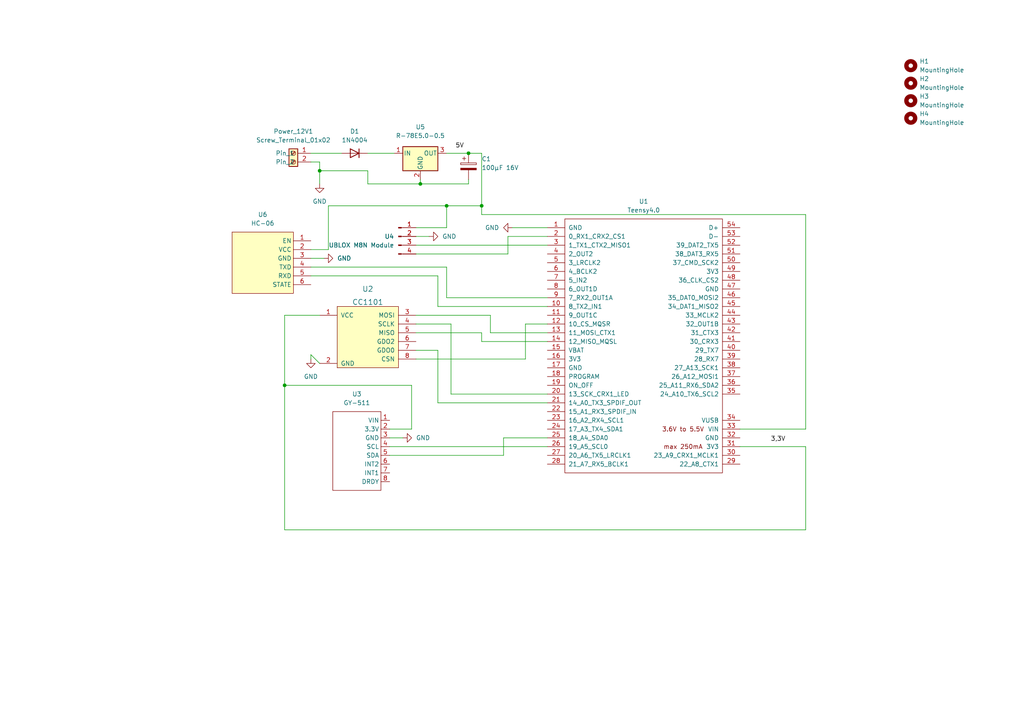
<source format=kicad_sch>
(kicad_sch (version 20211123) (generator eeschema)

  (uuid 707ae160-4ac0-4d3f-b8c5-37222a191570)

  (paper "A4")

  (lib_symbols
    (symbol "Connector:Conn_01x04_Male" (pin_names (offset 1.016) hide) (in_bom yes) (on_board yes)
      (property "Reference" "J" (id 0) (at 0 5.08 0)
        (effects (font (size 1.27 1.27)))
      )
      (property "Value" "Conn_01x04_Male" (id 1) (at 0 -7.62 0)
        (effects (font (size 1.27 1.27)))
      )
      (property "Footprint" "" (id 2) (at 0 0 0)
        (effects (font (size 1.27 1.27)) hide)
      )
      (property "Datasheet" "~" (id 3) (at 0 0 0)
        (effects (font (size 1.27 1.27)) hide)
      )
      (property "ki_keywords" "connector" (id 4) (at 0 0 0)
        (effects (font (size 1.27 1.27)) hide)
      )
      (property "ki_description" "Generic connector, single row, 01x04, script generated (kicad-library-utils/schlib/autogen/connector/)" (id 5) (at 0 0 0)
        (effects (font (size 1.27 1.27)) hide)
      )
      (property "ki_fp_filters" "Connector*:*_1x??_*" (id 6) (at 0 0 0)
        (effects (font (size 1.27 1.27)) hide)
      )
      (symbol "Conn_01x04_Male_1_1"
        (polyline
          (pts
            (xy 1.27 -5.08)
            (xy 0.8636 -5.08)
          )
          (stroke (width 0.1524) (type default) (color 0 0 0 0))
          (fill (type none))
        )
        (polyline
          (pts
            (xy 1.27 -2.54)
            (xy 0.8636 -2.54)
          )
          (stroke (width 0.1524) (type default) (color 0 0 0 0))
          (fill (type none))
        )
        (polyline
          (pts
            (xy 1.27 0)
            (xy 0.8636 0)
          )
          (stroke (width 0.1524) (type default) (color 0 0 0 0))
          (fill (type none))
        )
        (polyline
          (pts
            (xy 1.27 2.54)
            (xy 0.8636 2.54)
          )
          (stroke (width 0.1524) (type default) (color 0 0 0 0))
          (fill (type none))
        )
        (rectangle (start 0.8636 -4.953) (end 0 -5.207)
          (stroke (width 0.1524) (type default) (color 0 0 0 0))
          (fill (type outline))
        )
        (rectangle (start 0.8636 -2.413) (end 0 -2.667)
          (stroke (width 0.1524) (type default) (color 0 0 0 0))
          (fill (type outline))
        )
        (rectangle (start 0.8636 0.127) (end 0 -0.127)
          (stroke (width 0.1524) (type default) (color 0 0 0 0))
          (fill (type outline))
        )
        (rectangle (start 0.8636 2.667) (end 0 2.413)
          (stroke (width 0.1524) (type default) (color 0 0 0 0))
          (fill (type outline))
        )
        (pin passive line (at 5.08 2.54 180) (length 3.81)
          (name "Pin_1" (effects (font (size 1.27 1.27))))
          (number "1" (effects (font (size 1.27 1.27))))
        )
        (pin passive line (at 5.08 0 180) (length 3.81)
          (name "Pin_2" (effects (font (size 1.27 1.27))))
          (number "2" (effects (font (size 1.27 1.27))))
        )
        (pin passive line (at 5.08 -2.54 180) (length 3.81)
          (name "Pin_3" (effects (font (size 1.27 1.27))))
          (number "3" (effects (font (size 1.27 1.27))))
        )
        (pin passive line (at 5.08 -5.08 180) (length 3.81)
          (name "Pin_4" (effects (font (size 1.27 1.27))))
          (number "4" (effects (font (size 1.27 1.27))))
        )
      )
    )
    (symbol "Connector:Screw_Terminal_01x02" (pin_names (offset 1.016)) (in_bom yes) (on_board yes)
      (property "Reference" "J" (id 0) (at 0 2.54 0)
        (effects (font (size 1.27 1.27)))
      )
      (property "Value" "Screw_Terminal_01x02" (id 1) (at 0 -5.08 0)
        (effects (font (size 1.27 1.27)))
      )
      (property "Footprint" "" (id 2) (at 0 0 0)
        (effects (font (size 1.27 1.27)) hide)
      )
      (property "Datasheet" "~" (id 3) (at 0 0 0)
        (effects (font (size 1.27 1.27)) hide)
      )
      (property "ki_keywords" "screw terminal" (id 4) (at 0 0 0)
        (effects (font (size 1.27 1.27)) hide)
      )
      (property "ki_description" "Generic screw terminal, single row, 01x02, script generated (kicad-library-utils/schlib/autogen/connector/)" (id 5) (at 0 0 0)
        (effects (font (size 1.27 1.27)) hide)
      )
      (property "ki_fp_filters" "TerminalBlock*:*" (id 6) (at 0 0 0)
        (effects (font (size 1.27 1.27)) hide)
      )
      (symbol "Screw_Terminal_01x02_1_1"
        (rectangle (start -1.27 1.27) (end 1.27 -3.81)
          (stroke (width 0.254) (type default) (color 0 0 0 0))
          (fill (type background))
        )
        (circle (center 0 -2.54) (radius 0.635)
          (stroke (width 0.1524) (type default) (color 0 0 0 0))
          (fill (type none))
        )
        (polyline
          (pts
            (xy -0.5334 -2.2098)
            (xy 0.3302 -3.048)
          )
          (stroke (width 0.1524) (type default) (color 0 0 0 0))
          (fill (type none))
        )
        (polyline
          (pts
            (xy -0.5334 0.3302)
            (xy 0.3302 -0.508)
          )
          (stroke (width 0.1524) (type default) (color 0 0 0 0))
          (fill (type none))
        )
        (polyline
          (pts
            (xy -0.3556 -2.032)
            (xy 0.508 -2.8702)
          )
          (stroke (width 0.1524) (type default) (color 0 0 0 0))
          (fill (type none))
        )
        (polyline
          (pts
            (xy -0.3556 0.508)
            (xy 0.508 -0.3302)
          )
          (stroke (width 0.1524) (type default) (color 0 0 0 0))
          (fill (type none))
        )
        (circle (center 0 0) (radius 0.635)
          (stroke (width 0.1524) (type default) (color 0 0 0 0))
          (fill (type none))
        )
        (pin passive line (at -5.08 0 0) (length 3.81)
          (name "Pin_1" (effects (font (size 1.27 1.27))))
          (number "1" (effects (font (size 1.27 1.27))))
        )
        (pin passive line (at -5.08 -2.54 0) (length 3.81)
          (name "Pin_2" (effects (font (size 1.27 1.27))))
          (number "2" (effects (font (size 1.27 1.27))))
        )
      )
    )
    (symbol "Device:C_Polarized" (pin_numbers hide) (pin_names (offset 0.254)) (in_bom yes) (on_board yes)
      (property "Reference" "C" (id 0) (at 0.635 2.54 0)
        (effects (font (size 1.27 1.27)) (justify left))
      )
      (property "Value" "C_Polarized" (id 1) (at 0.635 -2.54 0)
        (effects (font (size 1.27 1.27)) (justify left))
      )
      (property "Footprint" "" (id 2) (at 0.9652 -3.81 0)
        (effects (font (size 1.27 1.27)) hide)
      )
      (property "Datasheet" "~" (id 3) (at 0 0 0)
        (effects (font (size 1.27 1.27)) hide)
      )
      (property "ki_keywords" "cap capacitor" (id 4) (at 0 0 0)
        (effects (font (size 1.27 1.27)) hide)
      )
      (property "ki_description" "Polarized capacitor" (id 5) (at 0 0 0)
        (effects (font (size 1.27 1.27)) hide)
      )
      (property "ki_fp_filters" "CP_*" (id 6) (at 0 0 0)
        (effects (font (size 1.27 1.27)) hide)
      )
      (symbol "C_Polarized_0_1"
        (rectangle (start -2.286 0.508) (end 2.286 1.016)
          (stroke (width 0) (type default) (color 0 0 0 0))
          (fill (type none))
        )
        (polyline
          (pts
            (xy -1.778 2.286)
            (xy -0.762 2.286)
          )
          (stroke (width 0) (type default) (color 0 0 0 0))
          (fill (type none))
        )
        (polyline
          (pts
            (xy -1.27 2.794)
            (xy -1.27 1.778)
          )
          (stroke (width 0) (type default) (color 0 0 0 0))
          (fill (type none))
        )
        (rectangle (start 2.286 -0.508) (end -2.286 -1.016)
          (stroke (width 0) (type default) (color 0 0 0 0))
          (fill (type outline))
        )
      )
      (symbol "C_Polarized_1_1"
        (pin passive line (at 0 3.81 270) (length 2.794)
          (name "~" (effects (font (size 1.27 1.27))))
          (number "1" (effects (font (size 1.27 1.27))))
        )
        (pin passive line (at 0 -3.81 90) (length 2.794)
          (name "~" (effects (font (size 1.27 1.27))))
          (number "2" (effects (font (size 1.27 1.27))))
        )
      )
    )
    (symbol "Diode:1N4004" (pin_numbers hide) (pin_names (offset 1.016) hide) (in_bom yes) (on_board yes)
      (property "Reference" "D" (id 0) (at 0 2.54 0)
        (effects (font (size 1.27 1.27)))
      )
      (property "Value" "1N4004" (id 1) (at 0 -2.54 0)
        (effects (font (size 1.27 1.27)))
      )
      (property "Footprint" "Diode_THT:D_DO-41_SOD81_P10.16mm_Horizontal" (id 2) (at 0 -4.445 0)
        (effects (font (size 1.27 1.27)) hide)
      )
      (property "Datasheet" "http://www.vishay.com/docs/88503/1n4001.pdf" (id 3) (at 0 0 0)
        (effects (font (size 1.27 1.27)) hide)
      )
      (property "ki_keywords" "diode" (id 4) (at 0 0 0)
        (effects (font (size 1.27 1.27)) hide)
      )
      (property "ki_description" "400V 1A General Purpose Rectifier Diode, DO-41" (id 5) (at 0 0 0)
        (effects (font (size 1.27 1.27)) hide)
      )
      (property "ki_fp_filters" "D*DO?41*" (id 6) (at 0 0 0)
        (effects (font (size 1.27 1.27)) hide)
      )
      (symbol "1N4004_0_1"
        (polyline
          (pts
            (xy -1.27 1.27)
            (xy -1.27 -1.27)
          )
          (stroke (width 0.254) (type default) (color 0 0 0 0))
          (fill (type none))
        )
        (polyline
          (pts
            (xy 1.27 0)
            (xy -1.27 0)
          )
          (stroke (width 0) (type default) (color 0 0 0 0))
          (fill (type none))
        )
        (polyline
          (pts
            (xy 1.27 1.27)
            (xy 1.27 -1.27)
            (xy -1.27 0)
            (xy 1.27 1.27)
          )
          (stroke (width 0.254) (type default) (color 0 0 0 0))
          (fill (type none))
        )
      )
      (symbol "1N4004_1_1"
        (pin passive line (at -3.81 0 0) (length 2.54)
          (name "K" (effects (font (size 1.27 1.27))))
          (number "1" (effects (font (size 1.27 1.27))))
        )
        (pin passive line (at 3.81 0 180) (length 2.54)
          (name "A" (effects (font (size 1.27 1.27))))
          (number "2" (effects (font (size 1.27 1.27))))
        )
      )
    )
    (symbol "Mechanical:MountingHole" (pin_names (offset 1.016)) (in_bom yes) (on_board yes)
      (property "Reference" "H" (id 0) (at 0 5.08 0)
        (effects (font (size 1.27 1.27)))
      )
      (property "Value" "MountingHole" (id 1) (at 0 3.175 0)
        (effects (font (size 1.27 1.27)))
      )
      (property "Footprint" "" (id 2) (at 0 0 0)
        (effects (font (size 1.27 1.27)) hide)
      )
      (property "Datasheet" "~" (id 3) (at 0 0 0)
        (effects (font (size 1.27 1.27)) hide)
      )
      (property "ki_keywords" "mounting hole" (id 4) (at 0 0 0)
        (effects (font (size 1.27 1.27)) hide)
      )
      (property "ki_description" "Mounting Hole without connection" (id 5) (at 0 0 0)
        (effects (font (size 1.27 1.27)) hide)
      )
      (property "ki_fp_filters" "MountingHole*" (id 6) (at 0 0 0)
        (effects (font (size 1.27 1.27)) hide)
      )
      (symbol "MountingHole_0_1"
        (circle (center 0 0) (radius 1.27)
          (stroke (width 1.27) (type default) (color 0 0 0 0))
          (fill (type none))
        )
      )
    )
    (symbol "Regulator_Switching:R-78E5.0-0.5" (pin_names (offset 0.254)) (in_bom yes) (on_board yes)
      (property "Reference" "U" (id 0) (at -3.81 3.175 0)
        (effects (font (size 1.27 1.27)))
      )
      (property "Value" "R-78E5.0-0.5" (id 1) (at 0 3.175 0)
        (effects (font (size 1.27 1.27)) (justify left))
      )
      (property "Footprint" "Converter_DCDC:Converter_DCDC_RECOM_R-78E-0.5_THT" (id 2) (at 1.27 -6.35 0)
        (effects (font (size 1.27 1.27) italic) (justify left) hide)
      )
      (property "Datasheet" "https://www.recom-power.com/pdf/Innoline/R-78Exx-0.5.pdf" (id 3) (at 0 0 0)
        (effects (font (size 1.27 1.27)) hide)
      )
      (property "ki_keywords" "dc-dc recom Step-Down DC/DC-Regulator" (id 4) (at 0 0 0)
        (effects (font (size 1.27 1.27)) hide)
      )
      (property "ki_description" "500mA Step-Down DC/DC-Regulator, 7-28V input, 5V fixed Output Voltage, LM78xx replacement, -40°C to +85°C, SIP3" (id 5) (at 0 0 0)
        (effects (font (size 1.27 1.27)) hide)
      )
      (property "ki_fp_filters" "Converter*DCDC*RECOM*R*78E*0.5*" (id 6) (at 0 0 0)
        (effects (font (size 1.27 1.27)) hide)
      )
      (symbol "R-78E5.0-0.5_0_1"
        (rectangle (start -5.08 1.905) (end 5.08 -5.08)
          (stroke (width 0.254) (type default) (color 0 0 0 0))
          (fill (type background))
        )
      )
      (symbol "R-78E5.0-0.5_1_1"
        (pin power_in line (at -7.62 0 0) (length 2.54)
          (name "IN" (effects (font (size 1.27 1.27))))
          (number "1" (effects (font (size 1.27 1.27))))
        )
        (pin power_in line (at 0 -7.62 90) (length 2.54)
          (name "GND" (effects (font (size 1.27 1.27))))
          (number "2" (effects (font (size 1.27 1.27))))
        )
        (pin power_out line (at 7.62 0 180) (length 2.54)
          (name "OUT" (effects (font (size 1.27 1.27))))
          (number "3" (effects (font (size 1.27 1.27))))
        )
      )
    )
    (symbol "Teensy:Teensy4.0" (pin_names (offset 1.016)) (in_bom yes) (on_board yes)
      (property "Reference" "U" (id 0) (at 0 39.37 0)
        (effects (font (size 1.27 1.27)))
      )
      (property "Value" "Teensy4.0" (id 1) (at 0 -39.37 0)
        (effects (font (size 1.27 1.27)))
      )
      (property "Footprint" "" (id 2) (at -10.16 5.08 0)
        (effects (font (size 1.27 1.27)) hide)
      )
      (property "Datasheet" "" (id 3) (at -10.16 5.08 0)
        (effects (font (size 1.27 1.27)) hide)
      )
      (symbol "Teensy4.0_0_0"
        (text "3.6V to 5.5V" (at 11.43 -24.13 0)
          (effects (font (size 1.27 1.27)))
        )
        (text "max 250mA" (at 11.43 -29.21 0)
          (effects (font (size 1.27 1.27)))
        )
        (pin bidirectional line (at -27.94 11.43 0) (length 5.08)
          (name "8_TX2_IN1" (effects (font (size 1.27 1.27))))
          (number "10" (effects (font (size 1.27 1.27))))
        )
        (pin bidirectional line (at -27.94 8.89 0) (length 5.08)
          (name "9_OUT1C" (effects (font (size 1.27 1.27))))
          (number "11" (effects (font (size 1.27 1.27))))
        )
        (pin bidirectional line (at -27.94 6.35 0) (length 5.08)
          (name "10_CS_MQSR" (effects (font (size 1.27 1.27))))
          (number "12" (effects (font (size 1.27 1.27))))
        )
        (pin bidirectional line (at -27.94 3.81 0) (length 5.08)
          (name "11_MOSI_CTX1" (effects (font (size 1.27 1.27))))
          (number "13" (effects (font (size 1.27 1.27))))
        )
        (pin bidirectional line (at -27.94 1.27 0) (length 5.08)
          (name "12_MISO_MQSL" (effects (font (size 1.27 1.27))))
          (number "14" (effects (font (size 1.27 1.27))))
        )
        (pin power_in line (at -27.94 -1.27 0) (length 5.08)
          (name "VBAT" (effects (font (size 1.27 1.27))))
          (number "15" (effects (font (size 1.27 1.27))))
        )
        (pin power_in line (at -27.94 -3.81 0) (length 5.08)
          (name "3V3" (effects (font (size 1.27 1.27))))
          (number "16" (effects (font (size 1.27 1.27))))
        )
        (pin power_in line (at -27.94 -6.35 0) (length 5.08)
          (name "GND" (effects (font (size 1.27 1.27))))
          (number "17" (effects (font (size 1.27 1.27))))
        )
        (pin input line (at -27.94 -8.89 0) (length 5.08)
          (name "PROGRAM" (effects (font (size 1.27 1.27))))
          (number "18" (effects (font (size 1.27 1.27))))
        )
        (pin input line (at -27.94 -11.43 0) (length 5.08)
          (name "ON_OFF" (effects (font (size 1.27 1.27))))
          (number "19" (effects (font (size 1.27 1.27))))
        )
        (pin bidirectional line (at -27.94 -13.97 0) (length 5.08)
          (name "13_SCK_CRX1_LED" (effects (font (size 1.27 1.27))))
          (number "20" (effects (font (size 1.27 1.27))))
        )
        (pin bidirectional line (at -27.94 -16.51 0) (length 5.08)
          (name "14_A0_TX3_SPDIF_OUT" (effects (font (size 1.27 1.27))))
          (number "21" (effects (font (size 1.27 1.27))))
        )
        (pin bidirectional line (at -27.94 -19.05 0) (length 5.08)
          (name "15_A1_RX3_SPDIF_IN" (effects (font (size 1.27 1.27))))
          (number "22" (effects (font (size 1.27 1.27))))
        )
        (pin bidirectional line (at -27.94 -21.59 0) (length 5.08)
          (name "16_A2_RX4_SCL1" (effects (font (size 1.27 1.27))))
          (number "23" (effects (font (size 1.27 1.27))))
        )
        (pin bidirectional line (at -27.94 -24.13 0) (length 5.08)
          (name "17_A3_TX4_SDA1" (effects (font (size 1.27 1.27))))
          (number "24" (effects (font (size 1.27 1.27))))
        )
        (pin bidirectional line (at -27.94 -26.67 0) (length 5.08)
          (name "18_A4_SDA0" (effects (font (size 1.27 1.27))))
          (number "25" (effects (font (size 1.27 1.27))))
        )
        (pin bidirectional line (at -27.94 -29.21 0) (length 5.08)
          (name "19_A5_SCL0" (effects (font (size 1.27 1.27))))
          (number "26" (effects (font (size 1.27 1.27))))
        )
        (pin bidirectional line (at -27.94 -31.75 0) (length 5.08)
          (name "20_A6_TX5_LRCLK1" (effects (font (size 1.27 1.27))))
          (number "27" (effects (font (size 1.27 1.27))))
        )
        (pin bidirectional line (at -27.94 -34.29 0) (length 5.08)
          (name "21_A7_RX5_BCLK1" (effects (font (size 1.27 1.27))))
          (number "28" (effects (font (size 1.27 1.27))))
        )
        (pin bidirectional line (at 27.94 -34.29 180) (length 5.08)
          (name "22_A8_CTX1" (effects (font (size 1.27 1.27))))
          (number "29" (effects (font (size 1.27 1.27))))
        )
        (pin bidirectional line (at 27.94 -31.75 180) (length 5.08)
          (name "23_A9_CRX1_MCLK1" (effects (font (size 1.27 1.27))))
          (number "30" (effects (font (size 1.27 1.27))))
        )
        (pin power_out line (at 27.94 -29.21 180) (length 5.08)
          (name "3V3" (effects (font (size 1.27 1.27))))
          (number "31" (effects (font (size 1.27 1.27))))
        )
        (pin power_in line (at 27.94 -26.67 180) (length 5.08)
          (name "GND" (effects (font (size 1.27 1.27))))
          (number "32" (effects (font (size 1.27 1.27))))
        )
        (pin power_in line (at 27.94 -24.13 180) (length 5.08)
          (name "VIN" (effects (font (size 1.27 1.27))))
          (number "33" (effects (font (size 1.27 1.27))))
        )
        (pin power_out line (at 27.94 -21.59 180) (length 5.08)
          (name "VUSB" (effects (font (size 1.27 1.27))))
          (number "34" (effects (font (size 1.27 1.27))))
        )
        (pin bidirectional line (at 27.94 -13.97 180) (length 5.08)
          (name "24_A10_TX6_SCL2" (effects (font (size 1.27 1.27))))
          (number "35" (effects (font (size 1.27 1.27))))
        )
        (pin bidirectional line (at 27.94 -11.43 180) (length 5.08)
          (name "25_A11_RX6_SDA2" (effects (font (size 1.27 1.27))))
          (number "36" (effects (font (size 1.27 1.27))))
        )
        (pin bidirectional line (at 27.94 -8.89 180) (length 5.08)
          (name "26_A12_MOSI1" (effects (font (size 1.27 1.27))))
          (number "37" (effects (font (size 1.27 1.27))))
        )
        (pin bidirectional line (at 27.94 -6.35 180) (length 5.08)
          (name "27_A13_SCK1" (effects (font (size 1.27 1.27))))
          (number "38" (effects (font (size 1.27 1.27))))
        )
        (pin bidirectional line (at 27.94 -3.81 180) (length 5.08)
          (name "28_RX7" (effects (font (size 1.27 1.27))))
          (number "39" (effects (font (size 1.27 1.27))))
        )
        (pin bidirectional line (at 27.94 -1.27 180) (length 5.08)
          (name "29_TX7" (effects (font (size 1.27 1.27))))
          (number "40" (effects (font (size 1.27 1.27))))
        )
        (pin bidirectional line (at 27.94 1.27 180) (length 5.08)
          (name "30_CRX3" (effects (font (size 1.27 1.27))))
          (number "41" (effects (font (size 1.27 1.27))))
        )
        (pin bidirectional line (at 27.94 3.81 180) (length 5.08)
          (name "31_CTX3" (effects (font (size 1.27 1.27))))
          (number "42" (effects (font (size 1.27 1.27))))
        )
        (pin bidirectional line (at 27.94 6.35 180) (length 5.08)
          (name "32_OUT1B" (effects (font (size 1.27 1.27))))
          (number "43" (effects (font (size 1.27 1.27))))
        )
        (pin bidirectional line (at 27.94 8.89 180) (length 5.08)
          (name "33_MCLK2" (effects (font (size 1.27 1.27))))
          (number "44" (effects (font (size 1.27 1.27))))
        )
        (pin bidirectional line (at 27.94 11.43 180) (length 5.08)
          (name "34_DAT1_MISO2" (effects (font (size 1.27 1.27))))
          (number "45" (effects (font (size 1.27 1.27))))
        )
        (pin bidirectional line (at 27.94 13.97 180) (length 5.08)
          (name "35_DAT0_MOSI2" (effects (font (size 1.27 1.27))))
          (number "46" (effects (font (size 1.27 1.27))))
        )
        (pin power_out line (at 27.94 16.51 180) (length 5.08)
          (name "GND" (effects (font (size 1.27 1.27))))
          (number "47" (effects (font (size 1.27 1.27))))
        )
        (pin bidirectional line (at 27.94 19.05 180) (length 5.08)
          (name "36_CLK_CS2" (effects (font (size 1.27 1.27))))
          (number "48" (effects (font (size 1.27 1.27))))
        )
        (pin power_out line (at 27.94 21.59 180) (length 5.08)
          (name "3V3" (effects (font (size 1.27 1.27))))
          (number "49" (effects (font (size 1.27 1.27))))
        )
        (pin bidirectional line (at -27.94 24.13 0) (length 5.08)
          (name "3_LRCLK2" (effects (font (size 1.27 1.27))))
          (number "5" (effects (font (size 1.27 1.27))))
        )
        (pin bidirectional line (at 27.94 24.13 180) (length 5.08)
          (name "37_CMD_SCK2" (effects (font (size 1.27 1.27))))
          (number "50" (effects (font (size 1.27 1.27))))
        )
        (pin bidirectional line (at 27.94 26.67 180) (length 5.08)
          (name "38_DAT3_RX5" (effects (font (size 1.27 1.27))))
          (number "51" (effects (font (size 1.27 1.27))))
        )
        (pin bidirectional line (at 27.94 29.21 180) (length 5.08)
          (name "39_DAT2_TX5" (effects (font (size 1.27 1.27))))
          (number "52" (effects (font (size 1.27 1.27))))
        )
        (pin bidirectional line (at 27.94 31.75 180) (length 5.08)
          (name "D-" (effects (font (size 1.27 1.27))))
          (number "53" (effects (font (size 1.27 1.27))))
        )
        (pin bidirectional line (at 27.94 34.29 180) (length 5.08)
          (name "D+" (effects (font (size 1.27 1.27))))
          (number "54" (effects (font (size 1.27 1.27))))
        )
        (pin bidirectional line (at -27.94 21.59 0) (length 5.08)
          (name "4_BCLK2" (effects (font (size 1.27 1.27))))
          (number "6" (effects (font (size 1.27 1.27))))
        )
        (pin bidirectional line (at -27.94 19.05 0) (length 5.08)
          (name "5_IN2" (effects (font (size 1.27 1.27))))
          (number "7" (effects (font (size 1.27 1.27))))
        )
        (pin bidirectional line (at -27.94 16.51 0) (length 5.08)
          (name "6_OUT1D" (effects (font (size 1.27 1.27))))
          (number "8" (effects (font (size 1.27 1.27))))
        )
        (pin bidirectional line (at -27.94 13.97 0) (length 5.08)
          (name "7_RX2_OUT1A" (effects (font (size 1.27 1.27))))
          (number "9" (effects (font (size 1.27 1.27))))
        )
      )
      (symbol "Teensy4.0_0_1"
        (rectangle (start -22.86 36.83) (end 22.86 -36.83)
          (stroke (width 0) (type default) (color 0 0 0 0))
          (fill (type none))
        )
        (rectangle (start -20.32 -31.75) (end -20.32 -31.75)
          (stroke (width 0) (type default) (color 0 0 0 0))
          (fill (type none))
        )
      )
      (symbol "Teensy4.0_1_1"
        (pin power_in line (at -27.94 34.29 0) (length 5.08)
          (name "GND" (effects (font (size 1.27 1.27))))
          (number "1" (effects (font (size 1.27 1.27))))
        )
        (pin bidirectional line (at -27.94 31.75 0) (length 5.08)
          (name "0_RX1_CRX2_CS1" (effects (font (size 1.27 1.27))))
          (number "2" (effects (font (size 1.27 1.27))))
        )
        (pin bidirectional line (at -27.94 29.21 0) (length 5.08)
          (name "1_TX1_CTX2_MISO1" (effects (font (size 1.27 1.27))))
          (number "3" (effects (font (size 1.27 1.27))))
        )
        (pin bidirectional line (at -27.94 26.67 0) (length 5.08)
          (name "2_OUT2" (effects (font (size 1.27 1.27))))
          (number "4" (effects (font (size 1.27 1.27))))
        )
      )
    )
    (symbol "_Arduino_Module:CC1101" (pin_names (offset 1.016)) (in_bom yes) (on_board yes)
      (property "Reference" "U" (id 0) (at -1.27 17.78 0)
        (effects (font (size 1.524 1.524)))
      )
      (property "Value" "CC1101" (id 1) (at 10.16 -2.54 0)
        (effects (font (size 1.524 1.524)))
      )
      (property "Footprint" "" (id 2) (at 0 0 0)
        (effects (font (size 1.524 1.524)) hide)
      )
      (property "Datasheet" "" (id 3) (at 0 0 0)
        (effects (font (size 1.524 1.524)) hide)
      )
      (symbol "CC1101_0_1"
        (rectangle (start -2.54 16.51) (end 15.24 -1.27)
          (stroke (width 0) (type default) (color 0 0 0 0))
          (fill (type background))
        )
      )
      (symbol "CC1101_1_1"
        (pin power_in line (at -7.62 13.97 0) (length 5.08)
          (name "VCC" (effects (font (size 1.27 1.27))))
          (number "1" (effects (font (size 1.27 1.27))))
        )
        (pin power_in line (at -7.62 0 0) (length 5.08)
          (name "GND" (effects (font (size 1.27 1.27))))
          (number "2" (effects (font (size 1.27 1.27))))
        )
        (pin input line (at 20.32 13.97 180) (length 5.08)
          (name "MOSI" (effects (font (size 1.27 1.27))))
          (number "3" (effects (font (size 1.27 1.27))))
        )
        (pin input line (at 20.32 11.43 180) (length 5.08)
          (name "SCLK" (effects (font (size 1.27 1.27))))
          (number "4" (effects (font (size 1.27 1.27))))
        )
        (pin output line (at 20.32 8.89 180) (length 5.08)
          (name "MISO" (effects (font (size 1.27 1.27))))
          (number "5" (effects (font (size 1.27 1.27))))
        )
        (pin output line (at 20.32 6.35 180) (length 5.08)
          (name "GDO2" (effects (font (size 1.27 1.27))))
          (number "6" (effects (font (size 1.27 1.27))))
        )
        (pin output line (at 20.32 3.81 180) (length 5.08)
          (name "GDO0" (effects (font (size 1.27 1.27))))
          (number "7" (effects (font (size 1.27 1.27))))
        )
        (pin input line (at 20.32 1.27 180) (length 5.08)
          (name "CSN" (effects (font (size 1.27 1.27))))
          (number "8" (effects (font (size 1.27 1.27))))
        )
      )
    )
    (symbol "_Arduino_Module:GY-511" (in_bom yes) (on_board yes)
      (property "Reference" "U" (id 0) (at -1.27 -1.27 0)
        (effects (font (size 1.27 1.27)))
      )
      (property "Value" "GY-511" (id 1) (at 0 0 0)
        (effects (font (size 1.27 1.27)))
      )
      (property "Footprint" "" (id 2) (at 0 0 0)
        (effects (font (size 1.27 1.27)) hide)
      )
      (property "Datasheet" "" (id 3) (at 0 0 0)
        (effects (font (size 1.27 1.27)) hide)
      )
      (symbol "GY-511_0_1"
        (rectangle (start -8.89 -2.54) (end 5.08 -25.4)
          (stroke (width 0) (type default) (color 0 0 0 0))
          (fill (type none))
        )
      )
      (symbol "GY-511_1_1"
        (pin power_in line (at -11.43 -5.08 0) (length 2.54)
          (name "VIN" (effects (font (size 1.27 1.27))))
          (number "1" (effects (font (size 1.27 1.27))))
        )
        (pin power_in line (at -11.43 -7.62 0) (length 2.54)
          (name "3.3V" (effects (font (size 1.27 1.27))))
          (number "2" (effects (font (size 1.27 1.27))))
        )
        (pin power_in line (at -11.43 -10.16 0) (length 2.54)
          (name "GND" (effects (font (size 1.27 1.27))))
          (number "3" (effects (font (size 1.27 1.27))))
        )
        (pin input line (at -11.43 -12.7 0) (length 2.54)
          (name "SCL" (effects (font (size 1.27 1.27))))
          (number "4" (effects (font (size 1.27 1.27))))
        )
        (pin bidirectional line (at -11.43 -15.24 0) (length 2.54)
          (name "SDA" (effects (font (size 1.27 1.27))))
          (number "5" (effects (font (size 1.27 1.27))))
        )
        (pin output line (at -11.43 -17.78 0) (length 2.54)
          (name "INT2" (effects (font (size 1.27 1.27))))
          (number "6" (effects (font (size 1.27 1.27))))
        )
        (pin output line (at -11.43 -20.32 0) (length 2.54)
          (name "INT1" (effects (font (size 1.27 1.27))))
          (number "7" (effects (font (size 1.27 1.27))))
        )
        (pin output line (at -11.43 -22.86 0) (length 2.54)
          (name "DRDY" (effects (font (size 1.27 1.27))))
          (number "8" (effects (font (size 1.27 1.27))))
        )
      )
    )
    (symbol "_Arduino_Module:HC-06" (in_bom yes) (on_board yes)
      (property "Reference" "U" (id 0) (at 5.08 2.54 0)
        (effects (font (size 1.27 1.27)))
      )
      (property "Value" "HC-06" (id 1) (at 10.16 12.7 0)
        (effects (font (size 1.27 1.27)))
      )
      (property "Footprint" "" (id 2) (at 0 0 0)
        (effects (font (size 1.27 1.27)) hide)
      )
      (property "Datasheet" "" (id 3) (at 0 0 0)
        (effects (font (size 1.27 1.27)) hide)
      )
      (symbol "HC-06_0_1"
        (rectangle (start 1.27 11.43) (end 19.05 -6.35)
          (stroke (width 0) (type default) (color 0 0 0 0))
          (fill (type background))
        )
      )
      (symbol "HC-06_1_1"
        (pin input line (at 24.13 8.89 180) (length 5.08)
          (name "EN" (effects (font (size 1.27 1.27))))
          (number "1" (effects (font (size 1.27 1.27))))
        )
        (pin power_in line (at 24.13 6.35 180) (length 5.08)
          (name "VCC" (effects (font (size 1.27 1.27))))
          (number "2" (effects (font (size 1.27 1.27))))
        )
        (pin power_in line (at 24.13 3.81 180) (length 5.08)
          (name "GND" (effects (font (size 1.27 1.27))))
          (number "3" (effects (font (size 1.27 1.27))))
        )
        (pin output line (at 24.13 1.27 180) (length 5.08)
          (name "TXD" (effects (font (size 1.27 1.27))))
          (number "4" (effects (font (size 1.27 1.27))))
        )
        (pin input line (at 24.13 -1.27 180) (length 5.08)
          (name "RXD" (effects (font (size 1.27 1.27))))
          (number "5" (effects (font (size 1.27 1.27))))
        )
        (pin output line (at 24.13 -3.81 180) (length 5.08)
          (name "STATE" (effects (font (size 1.27 1.27))))
          (number "6" (effects (font (size 1.27 1.27))))
        )
      )
    )
    (symbol "power:GND" (power) (pin_names (offset 0)) (in_bom yes) (on_board yes)
      (property "Reference" "#PWR" (id 0) (at 0 -6.35 0)
        (effects (font (size 1.27 1.27)) hide)
      )
      (property "Value" "GND" (id 1) (at 0 -3.81 0)
        (effects (font (size 1.27 1.27)))
      )
      (property "Footprint" "" (id 2) (at 0 0 0)
        (effects (font (size 1.27 1.27)) hide)
      )
      (property "Datasheet" "" (id 3) (at 0 0 0)
        (effects (font (size 1.27 1.27)) hide)
      )
      (property "ki_keywords" "power-flag" (id 4) (at 0 0 0)
        (effects (font (size 1.27 1.27)) hide)
      )
      (property "ki_description" "Power symbol creates a global label with name \"GND\" , ground" (id 5) (at 0 0 0)
        (effects (font (size 1.27 1.27)) hide)
      )
      (symbol "GND_0_1"
        (polyline
          (pts
            (xy 0 0)
            (xy 0 -1.27)
            (xy 1.27 -1.27)
            (xy 0 -2.54)
            (xy -1.27 -1.27)
            (xy 0 -1.27)
          )
          (stroke (width 0) (type default) (color 0 0 0 0))
          (fill (type none))
        )
      )
      (symbol "GND_1_1"
        (pin power_in line (at 0 0 270) (length 0) hide
          (name "GND" (effects (font (size 1.27 1.27))))
          (number "1" (effects (font (size 1.27 1.27))))
        )
      )
    )
  )

  (junction (at 139.7 59.69) (diameter 0) (color 0 0 0 0)
    (uuid 4a633746-4cd9-483e-a5eb-b1189494e4c3)
  )
  (junction (at 135.89 44.45) (diameter 0) (color 0 0 0 0)
    (uuid 4a6c9402-775b-4ef7-a5c1-83057d577ed1)
  )
  (junction (at 92.71 49.53) (diameter 0) (color 0 0 0 0)
    (uuid 4f731654-a19c-404f-97bf-29535c10a119)
  )
  (junction (at 82.55 111.76) (diameter 0) (color 0 0 0 0)
    (uuid 55c053e2-8586-48f8-bbb4-4a1d7c1d09e0)
  )
  (junction (at 121.92 53.34) (diameter 0) (color 0 0 0 0)
    (uuid 78d84364-2e87-41eb-b362-3ba6df764efb)
  )
  (junction (at 129.54 59.69) (diameter 0) (color 0 0 0 0)
    (uuid 9f34f620-3ea0-46fe-bbcc-8d1abf08683b)
  )

  (wire (pts (xy 113.03 129.54) (xy 158.75 129.54))
    (stroke (width 0) (type default) (color 0 0 0 0))
    (uuid 02be7a46-ba94-4e80-bb88-dba59b8c41f8)
  )
  (wire (pts (xy 129.54 59.69) (xy 139.7 59.69))
    (stroke (width 0) (type default) (color 0 0 0 0))
    (uuid 08eaa787-6ec4-4045-b9bf-d3c6a8f7e391)
  )
  (wire (pts (xy 106.68 44.45) (xy 114.3 44.45))
    (stroke (width 0) (type default) (color 0 0 0 0))
    (uuid 09b5edb2-fdf3-4660-805c-b1bc3b48107d)
  )
  (wire (pts (xy 82.55 91.44) (xy 92.71 91.44))
    (stroke (width 0) (type default) (color 0 0 0 0))
    (uuid 0fcec4e3-48b5-4c9b-bc66-169f0a1da4b8)
  )
  (wire (pts (xy 158.75 93.98) (xy 152.4 93.98))
    (stroke (width 0) (type default) (color 0 0 0 0))
    (uuid 1a8b62ab-8050-4514-a329-4559aa769022)
  )
  (wire (pts (xy 120.65 101.6) (xy 127 101.6))
    (stroke (width 0) (type default) (color 0 0 0 0))
    (uuid 2909e6b6-5639-4b60-8651-bed5c46341c7)
  )
  (wire (pts (xy 148.59 66.04) (xy 158.75 66.04))
    (stroke (width 0) (type default) (color 0 0 0 0))
    (uuid 29d6e733-735d-4e2f-b6aa-eb0ba89bf355)
  )
  (wire (pts (xy 130.81 93.98) (xy 130.81 114.3))
    (stroke (width 0) (type default) (color 0 0 0 0))
    (uuid 29ec41c9-7c4e-4849-bf00-c891d046e89c)
  )
  (wire (pts (xy 129.54 59.69) (xy 129.54 66.04))
    (stroke (width 0) (type default) (color 0 0 0 0))
    (uuid 317bc4ad-0ad7-4624-bc46-fea8fe9a75e2)
  )
  (wire (pts (xy 139.7 59.69) (xy 139.7 62.23))
    (stroke (width 0) (type default) (color 0 0 0 0))
    (uuid 323cdc3e-482b-4d25-81bb-b03b2bbe9741)
  )
  (wire (pts (xy 119.38 124.46) (xy 119.38 111.76))
    (stroke (width 0) (type default) (color 0 0 0 0))
    (uuid 32ef5a4e-d09d-4cd4-be9c-537925acad1f)
  )
  (wire (pts (xy 120.65 71.12) (xy 158.75 71.12))
    (stroke (width 0) (type default) (color 0 0 0 0))
    (uuid 3c46da27-f2ea-4a36-ac2f-3abc59f26931)
  )
  (wire (pts (xy 146.05 127) (xy 146.05 132.08))
    (stroke (width 0) (type default) (color 0 0 0 0))
    (uuid 46b6e17b-e252-4994-bc92-45adb7b58721)
  )
  (wire (pts (xy 106.68 53.34) (xy 106.68 49.53))
    (stroke (width 0) (type default) (color 0 0 0 0))
    (uuid 5b2080c0-e17e-41fc-97b7-2082748f7318)
  )
  (wire (pts (xy 152.4 93.98) (xy 152.4 104.14))
    (stroke (width 0) (type default) (color 0 0 0 0))
    (uuid 5d8adab2-04d0-429d-be6e-a7228963b0e4)
  )
  (wire (pts (xy 121.92 52.07) (xy 121.92 53.34))
    (stroke (width 0) (type default) (color 0 0 0 0))
    (uuid 5ef48270-573a-400a-9d56-0e7c9e3d57b8)
  )
  (wire (pts (xy 127 88.9) (xy 158.75 88.9))
    (stroke (width 0) (type default) (color 0 0 0 0))
    (uuid 60680890-4375-4a7e-a978-e9f843a9e9bb)
  )
  (wire (pts (xy 139.7 44.45) (xy 139.7 59.69))
    (stroke (width 0) (type default) (color 0 0 0 0))
    (uuid 614dd070-2ef9-4792-ad75-b709eb602e9f)
  )
  (wire (pts (xy 233.68 153.67) (xy 233.68 129.54))
    (stroke (width 0) (type default) (color 0 0 0 0))
    (uuid 62b9a732-da69-4fbf-b419-c1fc81b8c527)
  )
  (wire (pts (xy 139.7 99.06) (xy 158.75 99.06))
    (stroke (width 0) (type default) (color 0 0 0 0))
    (uuid 6b056775-2e83-404f-a621-71a9be2d756f)
  )
  (wire (pts (xy 129.54 77.47) (xy 129.54 86.36))
    (stroke (width 0) (type default) (color 0 0 0 0))
    (uuid 727b5587-9215-4bb9-99b4-d3a88177f1f4)
  )
  (wire (pts (xy 95.25 59.69) (xy 95.25 72.39))
    (stroke (width 0) (type default) (color 0 0 0 0))
    (uuid 744e0e79-ac95-413a-88df-b4979f0c0c78)
  )
  (wire (pts (xy 129.54 44.45) (xy 135.89 44.45))
    (stroke (width 0) (type default) (color 0 0 0 0))
    (uuid 76130b8d-8728-46c9-97c6-3ba2215572f7)
  )
  (wire (pts (xy 147.32 68.58) (xy 158.75 68.58))
    (stroke (width 0) (type default) (color 0 0 0 0))
    (uuid 7967518c-588b-4f3d-b083-e6ce2511a436)
  )
  (wire (pts (xy 129.54 77.47) (xy 90.17 77.47))
    (stroke (width 0) (type default) (color 0 0 0 0))
    (uuid 80f4891a-3edf-407f-9997-cdbb47881db9)
  )
  (wire (pts (xy 82.55 91.44) (xy 82.55 111.76))
    (stroke (width 0) (type default) (color 0 0 0 0))
    (uuid 8887d16c-7251-4e24-abff-acb112ead30b)
  )
  (wire (pts (xy 120.65 66.04) (xy 129.54 66.04))
    (stroke (width 0) (type default) (color 0 0 0 0))
    (uuid 8b6c3983-bd89-4604-be1c-ad31dfeea2e7)
  )
  (wire (pts (xy 147.32 73.66) (xy 147.32 68.58))
    (stroke (width 0) (type default) (color 0 0 0 0))
    (uuid 8cea1732-d203-421e-bef6-91a11b5f1942)
  )
  (wire (pts (xy 127 101.6) (xy 127 116.84))
    (stroke (width 0) (type default) (color 0 0 0 0))
    (uuid 8d3e79ef-555e-4ba1-88ce-10a621c08632)
  )
  (wire (pts (xy 90.17 102.87) (xy 90.17 104.14))
    (stroke (width 0) (type default) (color 0 0 0 0))
    (uuid 8f8cf4a1-8320-442b-80eb-e9f4762ff590)
  )
  (wire (pts (xy 92.71 46.99) (xy 92.71 49.53))
    (stroke (width 0) (type default) (color 0 0 0 0))
    (uuid 9243e9ef-e969-4eb9-863a-6dc63b457ba8)
  )
  (wire (pts (xy 120.65 91.44) (xy 142.24 91.44))
    (stroke (width 0) (type default) (color 0 0 0 0))
    (uuid 927e6c2b-5c53-47b2-83ce-575cf03cdb0b)
  )
  (wire (pts (xy 120.65 93.98) (xy 130.81 93.98))
    (stroke (width 0) (type default) (color 0 0 0 0))
    (uuid 9331d8bb-ec39-47e7-bf39-5642c6d879fe)
  )
  (wire (pts (xy 129.54 59.69) (xy 95.25 59.69))
    (stroke (width 0) (type default) (color 0 0 0 0))
    (uuid 94a4ce00-b7c8-4f5d-961a-19ea1f75b02e)
  )
  (wire (pts (xy 139.7 62.23) (xy 233.68 62.23))
    (stroke (width 0) (type default) (color 0 0 0 0))
    (uuid 954a2dde-8c63-440a-8a39-aa82abed4df7)
  )
  (wire (pts (xy 127 80.01) (xy 127 88.9))
    (stroke (width 0) (type default) (color 0 0 0 0))
    (uuid 99164463-6615-479c-abd6-244dbcda8e5e)
  )
  (wire (pts (xy 146.05 132.08) (xy 113.03 132.08))
    (stroke (width 0) (type default) (color 0 0 0 0))
    (uuid 9c263a7d-c5a7-4bf5-a3b3-9fb66bd3b84d)
  )
  (wire (pts (xy 113.03 124.46) (xy 119.38 124.46))
    (stroke (width 0) (type default) (color 0 0 0 0))
    (uuid 9c2b310f-57e4-4a6a-a871-06920a98f8ee)
  )
  (wire (pts (xy 113.03 127) (xy 116.84 127))
    (stroke (width 0) (type default) (color 0 0 0 0))
    (uuid a0c26085-b0bb-47b5-8802-e58dd51cf335)
  )
  (wire (pts (xy 135.89 52.07) (xy 135.89 53.34))
    (stroke (width 0) (type default) (color 0 0 0 0))
    (uuid a300fe40-7e4d-4fb4-808e-2a6aacbf719f)
  )
  (wire (pts (xy 120.65 68.58) (xy 124.46 68.58))
    (stroke (width 0) (type default) (color 0 0 0 0))
    (uuid ac0b083c-2f10-4d14-b53e-593795717b98)
  )
  (wire (pts (xy 121.92 53.34) (xy 135.89 53.34))
    (stroke (width 0) (type default) (color 0 0 0 0))
    (uuid b2052f44-c365-45ee-8687-e7a5c5bf70ae)
  )
  (wire (pts (xy 90.17 44.45) (xy 99.06 44.45))
    (stroke (width 0) (type default) (color 0 0 0 0))
    (uuid b3b5d4a8-a7a4-4bdd-91c8-1d396734d302)
  )
  (wire (pts (xy 130.81 114.3) (xy 158.75 114.3))
    (stroke (width 0) (type default) (color 0 0 0 0))
    (uuid b81eb101-f74e-4dba-a99d-141bada948e6)
  )
  (wire (pts (xy 142.24 91.44) (xy 142.24 96.52))
    (stroke (width 0) (type default) (color 0 0 0 0))
    (uuid bc6bdae3-804d-4b06-8c8d-a068473078bc)
  )
  (wire (pts (xy 158.75 127) (xy 146.05 127))
    (stroke (width 0) (type default) (color 0 0 0 0))
    (uuid c5232470-6a8e-4337-bb93-89d15e389aed)
  )
  (wire (pts (xy 90.17 74.93) (xy 93.98 74.93))
    (stroke (width 0) (type default) (color 0 0 0 0))
    (uuid c6837a13-8134-476d-818a-db38becdf982)
  )
  (wire (pts (xy 233.68 62.23) (xy 233.68 124.46))
    (stroke (width 0) (type default) (color 0 0 0 0))
    (uuid c74d67bc-42d4-4498-a091-42145eaac06b)
  )
  (wire (pts (xy 90.17 80.01) (xy 127 80.01))
    (stroke (width 0) (type default) (color 0 0 0 0))
    (uuid c8114054-f069-41a1-90a0-2d2451694c43)
  )
  (wire (pts (xy 92.71 49.53) (xy 92.71 53.34))
    (stroke (width 0) (type default) (color 0 0 0 0))
    (uuid d09dc482-f964-4132-80d1-ca5a924d088e)
  )
  (wire (pts (xy 120.65 73.66) (xy 147.32 73.66))
    (stroke (width 0) (type default) (color 0 0 0 0))
    (uuid d0f417e6-4eb9-48f5-b519-0e19d5a4cce2)
  )
  (wire (pts (xy 158.75 86.36) (xy 129.54 86.36))
    (stroke (width 0) (type default) (color 0 0 0 0))
    (uuid d4e38271-398d-4871-afcb-6b389afe5a40)
  )
  (wire (pts (xy 142.24 96.52) (xy 158.75 96.52))
    (stroke (width 0) (type default) (color 0 0 0 0))
    (uuid d72643cf-20a3-4784-af0b-4edc6be49dce)
  )
  (wire (pts (xy 92.71 49.53) (xy 106.68 49.53))
    (stroke (width 0) (type default) (color 0 0 0 0))
    (uuid d8d94387-7ebb-4bfb-b451-35293ab1d8aa)
  )
  (wire (pts (xy 120.65 96.52) (xy 139.7 96.52))
    (stroke (width 0) (type default) (color 0 0 0 0))
    (uuid db9bef24-2a16-495c-b595-e8fbcacf89c9)
  )
  (wire (pts (xy 95.25 72.39) (xy 90.17 72.39))
    (stroke (width 0) (type default) (color 0 0 0 0))
    (uuid dca6b6b6-67eb-4f2f-aa9b-6514ff9fb8fc)
  )
  (wire (pts (xy 152.4 104.14) (xy 120.65 104.14))
    (stroke (width 0) (type default) (color 0 0 0 0))
    (uuid de843f68-eb75-422d-92c7-74b5f662c1bb)
  )
  (wire (pts (xy 82.55 153.67) (xy 233.68 153.67))
    (stroke (width 0) (type default) (color 0 0 0 0))
    (uuid e0684e84-7a27-4f14-90c9-af5f6e524674)
  )
  (wire (pts (xy 82.55 111.76) (xy 119.38 111.76))
    (stroke (width 0) (type default) (color 0 0 0 0))
    (uuid e31f6e73-25d7-418b-b003-76ff1e138423)
  )
  (wire (pts (xy 106.68 53.34) (xy 121.92 53.34))
    (stroke (width 0) (type default) (color 0 0 0 0))
    (uuid e7801e04-eb5b-4b86-8923-49d84639b59f)
  )
  (wire (pts (xy 90.17 102.87) (xy 92.71 105.41))
    (stroke (width 0) (type default) (color 0 0 0 0))
    (uuid ee22c447-ddeb-4651-abf2-6cde7ca3ef2f)
  )
  (wire (pts (xy 127 116.84) (xy 158.75 116.84))
    (stroke (width 0) (type default) (color 0 0 0 0))
    (uuid f2706c60-f3c5-4469-853e-4e96b1076187)
  )
  (wire (pts (xy 233.68 124.46) (xy 214.63 124.46))
    (stroke (width 0) (type default) (color 0 0 0 0))
    (uuid f4f98839-c09f-4d6d-aa1a-ab84f22ed1df)
  )
  (wire (pts (xy 82.55 111.76) (xy 82.55 153.67))
    (stroke (width 0) (type default) (color 0 0 0 0))
    (uuid f566f753-0e4c-4b3c-abdc-b2247e2c14b8)
  )
  (wire (pts (xy 135.89 44.45) (xy 139.7 44.45))
    (stroke (width 0) (type default) (color 0 0 0 0))
    (uuid f72fd743-e7e2-4309-8842-18c8b63aa005)
  )
  (wire (pts (xy 233.68 129.54) (xy 214.63 129.54))
    (stroke (width 0) (type default) (color 0 0 0 0))
    (uuid f7a0fa05-8267-4c81-b2ba-ea89c9d33f9a)
  )
  (wire (pts (xy 90.17 46.99) (xy 92.71 46.99))
    (stroke (width 0) (type default) (color 0 0 0 0))
    (uuid fb09791f-f653-4b4e-8ebd-bc3e3fd40daf)
  )
  (wire (pts (xy 139.7 96.52) (xy 139.7 99.06))
    (stroke (width 0) (type default) (color 0 0 0 0))
    (uuid fce7740a-99db-40b7-8c3e-9a68e295dc49)
  )

  (label "3,3V" (at 223.52 128.27 0)
    (effects (font (size 1.27 1.27)) (justify left bottom))
    (uuid 69e8721a-5781-4ad4-821b-74d7fa3e0b6f)
  )
  (label "5V" (at 132.08 43.18 0)
    (effects (font (size 1.27 1.27)) (justify left bottom))
    (uuid ffb29c39-f5ad-4874-a8cc-c1e498ffd7f1)
  )

  (symbol (lib_id "Diode:1N4004") (at 102.87 44.45 0) (mirror y) (unit 1)
    (in_bom yes) (on_board yes) (fields_autoplaced)
    (uuid 130cbcc3-acfb-4f15-a37e-44a016f9278a)
    (property "Reference" "D1" (id 0) (at 102.87 38.1 0))
    (property "Value" "1N4004" (id 1) (at 102.87 40.64 0))
    (property "Footprint" "Diode_THT:D_DO-41_SOD81_P10.16mm_Horizontal" (id 2) (at 102.87 48.895 0)
      (effects (font (size 1.27 1.27)) hide)
    )
    (property "Datasheet" "http://www.vishay.com/docs/88503/1n4001.pdf" (id 3) (at 102.87 44.45 0)
      (effects (font (size 1.27 1.27)) hide)
    )
    (pin "1" (uuid 5be44ecb-a64a-402e-a7c8-a2845f4b00cc))
    (pin "2" (uuid 16ce3687-5d80-4fc0-aaf0-434e0e2fe4a0))
  )

  (symbol (lib_id "_Arduino_Module:HC-06") (at 66.04 78.74 0) (unit 1)
    (in_bom yes) (on_board yes) (fields_autoplaced)
    (uuid 1c1d1192-b6e0-4314-b860-a7e1ab9a4cba)
    (property "Reference" "U6" (id 0) (at 76.2 62.23 0))
    (property "Value" "HC-06" (id 1) (at 76.2 64.77 0))
    (property "Footprint" "_Arduino_module:HC-06" (id 2) (at 66.04 78.74 0)
      (effects (font (size 1.27 1.27)) hide)
    )
    (property "Datasheet" "" (id 3) (at 66.04 78.74 0)
      (effects (font (size 1.27 1.27)) hide)
    )
    (pin "1" (uuid 1dbf468b-63f8-43b5-87cd-cdec7b96ba04))
    (pin "2" (uuid d0d0eb9d-c1e4-47bb-9562-5789347b04f4))
    (pin "3" (uuid 9c97e50b-4746-4db9-a4df-2edfa7933656))
    (pin "4" (uuid af4a3b1f-c7e5-4125-8b90-aac68795017d))
    (pin "5" (uuid d8ce3df0-8239-4f7a-b47a-4e3aae5460a4))
    (pin "6" (uuid f59c134d-f66f-4e7b-800c-d61ec0416204))
  )

  (symbol (lib_id "Connector:Screw_Terminal_01x02") (at 85.09 44.45 0) (mirror y) (unit 1)
    (in_bom yes) (on_board yes) (fields_autoplaced)
    (uuid 2a6ee718-8cdf-4fa6-be7c-8fe885d98fd7)
    (property "Reference" "Power_12V1" (id 0) (at 85.09 38.1 0))
    (property "Value" "Screw_Terminal_01x02" (id 1) (at 85.09 40.64 0))
    (property "Footprint" "Connector_Phoenix_MC:PhoenixContact_MC_1,5_2-G-3.5_1x02_P3.50mm_Horizontal" (id 2) (at 85.09 44.45 0)
      (effects (font (size 1.27 1.27)) hide)
    )
    (property "Datasheet" "~" (id 3) (at 85.09 44.45 0)
      (effects (font (size 1.27 1.27)) hide)
    )
    (pin "1" (uuid 341dde39-440e-4d05-8def-6a5cecefd88c))
    (pin "2" (uuid e07e1653-d05d-4bf2-bea3-6515a06de065))
  )

  (symbol (lib_id "power:GND") (at 92.71 53.34 0) (unit 1)
    (in_bom yes) (on_board yes) (fields_autoplaced)
    (uuid 2e617963-fa0f-46aa-920b-9111fc46083a)
    (property "Reference" "#PWR0103" (id 0) (at 92.71 59.69 0)
      (effects (font (size 1.27 1.27)) hide)
    )
    (property "Value" "GND" (id 1) (at 92.71 58.42 0))
    (property "Footprint" "" (id 2) (at 92.71 53.34 0)
      (effects (font (size 1.27 1.27)) hide)
    )
    (property "Datasheet" "" (id 3) (at 92.71 53.34 0)
      (effects (font (size 1.27 1.27)) hide)
    )
    (pin "1" (uuid b557b950-76ec-4fce-9578-1142ee4ce755))
  )

  (symbol (lib_id "power:GND") (at 116.84 127 90) (unit 1)
    (in_bom yes) (on_board yes) (fields_autoplaced)
    (uuid 378b8be5-88af-46bf-a1cd-b665b9044f61)
    (property "Reference" "#PWR0106" (id 0) (at 123.19 127 0)
      (effects (font (size 1.27 1.27)) hide)
    )
    (property "Value" "GND" (id 1) (at 120.65 126.9999 90)
      (effects (font (size 1.27 1.27)) (justify right))
    )
    (property "Footprint" "" (id 2) (at 116.84 127 0)
      (effects (font (size 1.27 1.27)) hide)
    )
    (property "Datasheet" "" (id 3) (at 116.84 127 0)
      (effects (font (size 1.27 1.27)) hide)
    )
    (pin "1" (uuid dce44b15-5c40-407a-a1f2-6c01b4d06ecf))
  )

  (symbol (lib_id "Mechanical:MountingHole") (at 264.16 29.21 0) (unit 1)
    (in_bom yes) (on_board yes) (fields_autoplaced)
    (uuid 3d0bbc8c-e22e-4169-9bae-1629263e8bc5)
    (property "Reference" "H3" (id 0) (at 266.7 27.9399 0)
      (effects (font (size 1.27 1.27)) (justify left))
    )
    (property "Value" "MountingHole" (id 1) (at 266.7 30.4799 0)
      (effects (font (size 1.27 1.27)) (justify left))
    )
    (property "Footprint" "MountingHole:MountingHole_3.2mm_M3" (id 2) (at 264.16 29.21 0)
      (effects (font (size 1.27 1.27)) hide)
    )
    (property "Datasheet" "~" (id 3) (at 264.16 29.21 0)
      (effects (font (size 1.27 1.27)) hide)
    )
  )

  (symbol (lib_id "power:GND") (at 124.46 68.58 90) (mirror x) (unit 1)
    (in_bom yes) (on_board yes) (fields_autoplaced)
    (uuid 66152dd4-b768-482e-a039-7b2a639be8b5)
    (property "Reference" "#PWR0105" (id 0) (at 130.81 68.58 0)
      (effects (font (size 1.27 1.27)) hide)
    )
    (property "Value" "GND" (id 1) (at 128.27 68.5799 90)
      (effects (font (size 1.27 1.27)) (justify right))
    )
    (property "Footprint" "" (id 2) (at 124.46 68.58 0)
      (effects (font (size 1.27 1.27)) hide)
    )
    (property "Datasheet" "" (id 3) (at 124.46 68.58 0)
      (effects (font (size 1.27 1.27)) hide)
    )
    (pin "1" (uuid 2a7b49a4-c4c5-4d84-b305-019f36706e37))
  )

  (symbol (lib_id "Device:C_Polarized") (at 135.89 48.26 0) (unit 1)
    (in_bom yes) (on_board yes) (fields_autoplaced)
    (uuid 677e7eab-49f7-4414-b03c-91627dbad1b8)
    (property "Reference" "C1" (id 0) (at 139.7 46.1009 0)
      (effects (font (size 1.27 1.27)) (justify left))
    )
    (property "Value" "100µF 16V" (id 1) (at 139.7 48.6409 0)
      (effects (font (size 1.27 1.27)) (justify left))
    )
    (property "Footprint" "Capacitor_THT:CP_Radial_D6.3mm_P2.50mm" (id 2) (at 136.8552 52.07 0)
      (effects (font (size 1.27 1.27)) hide)
    )
    (property "Datasheet" "~" (id 3) (at 135.89 48.26 0)
      (effects (font (size 1.27 1.27)) hide)
    )
    (pin "1" (uuid 94a719fb-1790-4da5-a71e-060b7f1a0e23))
    (pin "2" (uuid c1b61f04-c5d7-4a63-b9d4-0cd939b42105))
  )

  (symbol (lib_id "Mechanical:MountingHole") (at 264.16 19.05 0) (unit 1)
    (in_bom yes) (on_board yes) (fields_autoplaced)
    (uuid 7255cbd1-8d38-4545-be9a-7fc5488ef942)
    (property "Reference" "H1" (id 0) (at 266.7 17.7799 0)
      (effects (font (size 1.27 1.27)) (justify left))
    )
    (property "Value" "MountingHole" (id 1) (at 266.7 20.3199 0)
      (effects (font (size 1.27 1.27)) (justify left))
    )
    (property "Footprint" "MountingHole:MountingHole_3.2mm_M3" (id 2) (at 264.16 19.05 0)
      (effects (font (size 1.27 1.27)) hide)
    )
    (property "Datasheet" "~" (id 3) (at 264.16 19.05 0)
      (effects (font (size 1.27 1.27)) hide)
    )
  )

  (symbol (lib_id "power:GND") (at 90.17 104.14 0) (unit 1)
    (in_bom yes) (on_board yes) (fields_autoplaced)
    (uuid 8c557e80-78a2-456c-9bcf-87ec1cccd19e)
    (property "Reference" "#PWR0104" (id 0) (at 90.17 110.49 0)
      (effects (font (size 1.27 1.27)) hide)
    )
    (property "Value" "GND" (id 1) (at 90.17 109.22 0))
    (property "Footprint" "" (id 2) (at 90.17 104.14 0)
      (effects (font (size 1.27 1.27)) hide)
    )
    (property "Datasheet" "" (id 3) (at 90.17 104.14 0)
      (effects (font (size 1.27 1.27)) hide)
    )
    (pin "1" (uuid a2aa060b-b036-472a-88a7-dda2719217b8))
  )

  (symbol (lib_id "Mechanical:MountingHole") (at 264.16 34.29 0) (unit 1)
    (in_bom yes) (on_board yes) (fields_autoplaced)
    (uuid b4c92320-f470-4fd9-ac18-1905d3fbb809)
    (property "Reference" "H4" (id 0) (at 266.7 33.0199 0)
      (effects (font (size 1.27 1.27)) (justify left))
    )
    (property "Value" "MountingHole" (id 1) (at 266.7 35.5599 0)
      (effects (font (size 1.27 1.27)) (justify left))
    )
    (property "Footprint" "MountingHole:MountingHole_3.2mm_M3" (id 2) (at 264.16 34.29 0)
      (effects (font (size 1.27 1.27)) hide)
    )
    (property "Datasheet" "~" (id 3) (at 264.16 34.29 0)
      (effects (font (size 1.27 1.27)) hide)
    )
  )

  (symbol (lib_id "_Arduino_Module:CC1101") (at 100.33 105.41 0) (unit 1)
    (in_bom yes) (on_board yes) (fields_autoplaced)
    (uuid ceb12634-32ca-4cbf-9ff5-5e8b53ab18ad)
    (property "Reference" "U2" (id 0) (at 106.68 83.82 0)
      (effects (font (size 1.524 1.524)))
    )
    (property "Value" "CC1101" (id 1) (at 106.68 87.63 0)
      (effects (font (size 1.524 1.524)))
    )
    (property "Footprint" "_Arduino_module:CC1101" (id 2) (at 100.33 105.41 0)
      (effects (font (size 1.524 1.524)) hide)
    )
    (property "Datasheet" "" (id 3) (at 100.33 105.41 0)
      (effects (font (size 1.524 1.524)) hide)
    )
    (pin "1" (uuid b2b363dd-8e47-4a76-a142-e00e28334875))
    (pin "2" (uuid c15b2f75-2e10-4b71-bebb-e2b872171b92))
    (pin "3" (uuid f6a5c856-f2b5-40eb-a958-b666a0d408a0))
    (pin "4" (uuid 2b25e886-ded1-450a-ada1-ece4208052e4))
    (pin "5" (uuid ffa442c7-cbef-461f-8613-c211201cec06))
    (pin "6" (uuid 456c5e47-d71e-4708-b061-1e61634d8648))
    (pin "7" (uuid 162e5bdd-61a8-46a3-8485-826b5d58e1a1))
    (pin "8" (uuid 319c683d-aed6-4e7d-aee2-ff9871746d52))
  )

  (symbol (lib_id "Mechanical:MountingHole") (at 264.16 24.13 0) (unit 1)
    (in_bom yes) (on_board yes) (fields_autoplaced)
    (uuid d039a066-2cb8-47e1-9f89-d0283a74e8f4)
    (property "Reference" "H2" (id 0) (at 266.7 22.8599 0)
      (effects (font (size 1.27 1.27)) (justify left))
    )
    (property "Value" "MountingHole" (id 1) (at 266.7 25.3999 0)
      (effects (font (size 1.27 1.27)) (justify left))
    )
    (property "Footprint" "MountingHole:MountingHole_3.2mm_M3" (id 2) (at 264.16 24.13 0)
      (effects (font (size 1.27 1.27)) hide)
    )
    (property "Datasheet" "~" (id 3) (at 264.16 24.13 0)
      (effects (font (size 1.27 1.27)) hide)
    )
  )

  (symbol (lib_id "Regulator_Switching:R-78E5.0-0.5") (at 121.92 44.45 0) (unit 1)
    (in_bom yes) (on_board yes) (fields_autoplaced)
    (uuid d0cd7219-14d7-4a4d-b4fc-87071c521b0a)
    (property "Reference" "U5" (id 0) (at 121.92 36.83 0))
    (property "Value" "R-78E5.0-0.5" (id 1) (at 121.92 39.37 0))
    (property "Footprint" "Converter_DCDC:Converter_DCDC_RECOM_R-78E-0.5_THT" (id 2) (at 123.19 50.8 0)
      (effects (font (size 1.27 1.27) italic) (justify left) hide)
    )
    (property "Datasheet" "https://www.recom-power.com/pdf/Innoline/R-78Exx-0.5.pdf" (id 3) (at 121.92 44.45 0)
      (effects (font (size 1.27 1.27)) hide)
    )
    (pin "1" (uuid 1330c980-5813-4b50-aa00-fb7b8a167f74))
    (pin "2" (uuid 055e680e-0ef8-42b5-b095-8b9f129964f1))
    (pin "3" (uuid b6350146-1a5d-4185-a4b7-4029b1eb1b52))
  )

  (symbol (lib_id "power:GND") (at 148.59 66.04 270) (unit 1)
    (in_bom yes) (on_board yes) (fields_autoplaced)
    (uuid dbe63033-814d-4a89-be3d-42342255251d)
    (property "Reference" "#PWR0102" (id 0) (at 142.24 66.04 0)
      (effects (font (size 1.27 1.27)) hide)
    )
    (property "Value" "GND" (id 1) (at 144.78 66.0399 90)
      (effects (font (size 1.27 1.27)) (justify right))
    )
    (property "Footprint" "" (id 2) (at 148.59 66.04 0)
      (effects (font (size 1.27 1.27)) hide)
    )
    (property "Datasheet" "" (id 3) (at 148.59 66.04 0)
      (effects (font (size 1.27 1.27)) hide)
    )
    (pin "1" (uuid 8cb0adaa-acd2-4046-aef3-2e8849a59b9f))
  )

  (symbol (lib_id "power:GND") (at 93.98 74.93 90) (unit 1)
    (in_bom yes) (on_board yes) (fields_autoplaced)
    (uuid e36e82fc-879a-41b5-b49e-5ee8d33e3e95)
    (property "Reference" "#PWR0101" (id 0) (at 100.33 74.93 0)
      (effects (font (size 1.27 1.27)) hide)
    )
    (property "Value" "GND" (id 1) (at 97.79 74.9299 90)
      (effects (font (size 1.27 1.27)) (justify right))
    )
    (property "Footprint" "" (id 2) (at 93.98 74.93 0)
      (effects (font (size 1.27 1.27)) hide)
    )
    (property "Datasheet" "" (id 3) (at 93.98 74.93 0)
      (effects (font (size 1.27 1.27)) hide)
    )
    (pin "1" (uuid f46e7fc2-1b0b-4d40-bbc4-99d70747e8c4))
  )

  (symbol (lib_id "Teensy:Teensy4.0") (at 186.69 100.33 0) (unit 1)
    (in_bom yes) (on_board yes) (fields_autoplaced)
    (uuid e5f06cd2-492e-41b2-8ded-13a3fa1042bb)
    (property "Reference" "U1" (id 0) (at 186.69 58.42 0))
    (property "Value" "Teensy4.0" (id 1) (at 186.69 60.96 0))
    (property "Footprint" "Teensy:Teensy40" (id 2) (at 176.53 95.25 0)
      (effects (font (size 1.27 1.27)) hide)
    )
    (property "Datasheet" "" (id 3) (at 176.53 95.25 0)
      (effects (font (size 1.27 1.27)) hide)
    )
    (pin "10" (uuid 3f1d3b22-3ba1-4783-af8d-526bce7c36db))
    (pin "11" (uuid 449cc181-df4b-4d3b-93ef-0653c2171fe8))
    (pin "12" (uuid eec347af-8fb3-4b2d-8e93-6e7176516f57))
    (pin "13" (uuid 969d876f-dc87-40bf-9e96-03cbb9ea5e82))
    (pin "14" (uuid 524dc8d0-13b4-43fe-b274-8ac08bc4b894))
    (pin "15" (uuid 7aad0cca-fb50-4041-9a10-5380cb0860ac))
    (pin "16" (uuid 0667208e-872f-444a-9ed0-78a1b5f392d2))
    (pin "17" (uuid 7fd11519-eb9e-4413-8ca2-e43e38c699f6))
    (pin "18" (uuid bc29a09d-ebbe-4bab-9edb-114e75ee17a4))
    (pin "19" (uuid 22fd57c4-481e-4417-b920-694451210da2))
    (pin "20" (uuid da151d0a-a1fa-4865-aa78-eb4b6082fbfd))
    (pin "21" (uuid 41ef6d8e-078c-46e5-a743-15f86f94b1c5))
    (pin "22" (uuid 217a6ab0-8c75-4e09-8113-c7b7b906da43))
    (pin "23" (uuid 57881c8f-ea31-4450-bce6-89885e0a9bfd))
    (pin "24" (uuid a3722fe0-facc-42fa-a01b-a26433c9d7fe))
    (pin "25" (uuid f8df4375-570f-4eb0-868e-4f350bd24547))
    (pin "26" (uuid 60a7dcc1-b459-4b69-be02-f48b66a815f0))
    (pin "27" (uuid fbca7d5b-4a19-4f46-9697-74b3068179aa))
    (pin "28" (uuid 7401f61b-dc36-4f5a-ba3e-b101a22bf1fc))
    (pin "29" (uuid 11cae898-6e02-4314-87c3-bfa88f249303))
    (pin "30" (uuid 3a4d7b94-8b26-4555-b396-f2e88aea5db3))
    (pin "31" (uuid 8c4cd1a2-9a92-4fba-aa2e-8b86c17dce10))
    (pin "32" (uuid 76a87642-211c-44f2-a488-190d6dc3728e))
    (pin "33" (uuid 741561bb-6157-4c58-bb00-0f2a32b21238))
    (pin "34" (uuid 3019c847-3ccf-490a-9dd6-694227c3fba5))
    (pin "35" (uuid 127b0e8c-8b10-4db4-b691-908ac98caaf1))
    (pin "36" (uuid 00c9c1c9-df78-4bf8-a378-9edee7dafbe3))
    (pin "37" (uuid 92419cc9-1070-47aa-876c-2cf8f5a03a47))
    (pin "38" (uuid 6428332e-b689-4aa8-86bb-3bee31b6f177))
    (pin "39" (uuid d5128f0b-0a4f-4337-a7f7-9a3dfe4ad4f9))
    (pin "40" (uuid c7524402-4dbd-4d05-888d-edab7e79a150))
    (pin "41" (uuid fed6a1e7-e233-4dff-87e0-8992a65c8dd0))
    (pin "42" (uuid ad4fcc27-bf1e-4e2e-ab26-9b8032da7693))
    (pin "43" (uuid 2ff15691-c9f8-4e08-a694-3230522780fc))
    (pin "44" (uuid 098afe52-27f0-4ec0-bf39-4eb766d2a851))
    (pin "45" (uuid 7cbc8c8d-fbc1-4902-ac93-6c241131aada))
    (pin "46" (uuid 96815f61-f3f5-43c2-b68f-856577233f16))
    (pin "47" (uuid 1558a593-7554-4709-a27f-f70400a2199d))
    (pin "48" (uuid 7c49dc93-96a1-4a8f-a667-a4ee5ad692a0))
    (pin "49" (uuid a7035c1b-863b-4bbf-a32a-6ebba2814e2c))
    (pin "5" (uuid 782e74f8-8e76-4e6f-bfec-df9b9d96b19d))
    (pin "50" (uuid 6b013cb8-9e09-4a62-b02d-814d5cfa604e))
    (pin "51" (uuid de7d8275-fd45-47d5-ae9a-4b0c51b81f57))
    (pin "52" (uuid 986fa662-6dc8-4009-9871-995c9cfdbebc))
    (pin "53" (uuid cd1b9f49-f6c4-4c81-a715-14d19fd506d7))
    (pin "54" (uuid 30cf5573-2ac5-4d4b-8678-7fcebe2bcd36))
    (pin "6" (uuid 1ec648ca-df29-4910-86ed-6f48e345dbdb))
    (pin "7" (uuid d7b67c11-d515-46cf-bcf0-0f0ef2d0158a))
    (pin "8" (uuid 1aaf34a3-282e-4633-82fa-9d6cdf32efbb))
    (pin "9" (uuid 0de7d0e7-c8d5-482b-8e8a-d56acfc6ebd8))
    (pin "1" (uuid d35d7027-ac1b-44b2-9664-3d8a37ee0f4e))
    (pin "2" (uuid 4c38e5ef-0105-4756-a059-34a9c3247d1f))
    (pin "3" (uuid 3b450865-b2ef-4d25-9b34-4d42975b5e24))
    (pin "4" (uuid 7cc510d9-2339-42a7-bb31-eff1142f0636))
  )

  (symbol (lib_id "Connector:Conn_01x04_Male") (at 115.57 68.58 0) (unit 1)
    (in_bom yes) (on_board yes) (fields_autoplaced)
    (uuid e5f4e0d0-1faf-474c-bf39-39894e2ca8db)
    (property "Reference" "U4" (id 0) (at 114.3 68.5799 0)
      (effects (font (size 1.27 1.27)) (justify right))
    )
    (property "Value" "UBLOX M8N Module" (id 1) (at 114.3 71.1199 0)
      (effects (font (size 1.27 1.27)) (justify right))
    )
    (property "Footprint" "Connector_JST:JST_XH_B4B-XH-A_1x04_P2.50mm_Vertical" (id 2) (at 115.57 68.58 0)
      (effects (font (size 1.27 1.27)) hide)
    )
    (property "Datasheet" "~" (id 3) (at 115.57 68.58 0)
      (effects (font (size 1.27 1.27)) hide)
    )
    (pin "1" (uuid 2db33ebc-bd12-4e4c-bc60-d130a4192a32))
    (pin "2" (uuid db96e324-99e1-4596-b536-1f362686068c))
    (pin "3" (uuid 18b8a8cb-9880-4713-9e7e-c9743f954d14))
    (pin "4" (uuid e4e9ca55-01ce-4c12-95ca-a7c5c6367f51))
  )

  (symbol (lib_id "_Arduino_Module:GY-511") (at 101.6 116.84 0) (mirror y) (unit 1)
    (in_bom yes) (on_board yes) (fields_autoplaced)
    (uuid e640aae4-e2e5-42d1-81f7-3869a793a3bd)
    (property "Reference" "U3" (id 0) (at 103.505 114.3 0))
    (property "Value" "GY-511" (id 1) (at 103.505 116.84 0))
    (property "Footprint" "_Arduino_module:GY-511" (id 2) (at 101.6 116.84 0)
      (effects (font (size 1.27 1.27)) hide)
    )
    (property "Datasheet" "" (id 3) (at 101.6 116.84 0)
      (effects (font (size 1.27 1.27)) hide)
    )
    (pin "1" (uuid 28ccbf38-e765-4253-a9b0-3793f996724b))
    (pin "2" (uuid 7a3a8fe9-29ca-4120-b186-f9251cbcd63d))
    (pin "3" (uuid 87d055d6-d9c9-45c0-b110-7efd3f0ad464))
    (pin "4" (uuid fbe9fe3f-cdfa-4447-baeb-557c2dc4960c))
    (pin "5" (uuid 0ee4952a-fae8-4083-b6ee-5d22469072f2))
    (pin "6" (uuid cde6ec4c-ccc1-4246-a0c5-c31af487823a))
    (pin "7" (uuid d68c22c8-c166-4f04-a467-2c44fd25e384))
    (pin "8" (uuid 68c5d2e5-0d0b-4cca-b735-fc71ff3b312c))
  )

  (sheet_instances
    (path "/" (page "1"))
  )

  (symbol_instances
    (path "/e36e82fc-879a-41b5-b49e-5ee8d33e3e95"
      (reference "#PWR0101") (unit 1) (value "GND") (footprint "")
    )
    (path "/dbe63033-814d-4a89-be3d-42342255251d"
      (reference "#PWR0102") (unit 1) (value "GND") (footprint "")
    )
    (path "/2e617963-fa0f-46aa-920b-9111fc46083a"
      (reference "#PWR0103") (unit 1) (value "GND") (footprint "")
    )
    (path "/8c557e80-78a2-456c-9bcf-87ec1cccd19e"
      (reference "#PWR0104") (unit 1) (value "GND") (footprint "")
    )
    (path "/66152dd4-b768-482e-a039-7b2a639be8b5"
      (reference "#PWR0105") (unit 1) (value "GND") (footprint "")
    )
    (path "/378b8be5-88af-46bf-a1cd-b665b9044f61"
      (reference "#PWR0106") (unit 1) (value "GND") (footprint "")
    )
    (path "/677e7eab-49f7-4414-b03c-91627dbad1b8"
      (reference "C1") (unit 1) (value "100µF 16V") (footprint "Capacitor_THT:CP_Radial_D6.3mm_P2.50mm")
    )
    (path "/130cbcc3-acfb-4f15-a37e-44a016f9278a"
      (reference "D1") (unit 1) (value "1N4004") (footprint "Diode_THT:D_DO-41_SOD81_P10.16mm_Horizontal")
    )
    (path "/7255cbd1-8d38-4545-be9a-7fc5488ef942"
      (reference "H1") (unit 1) (value "MountingHole") (footprint "MountingHole:MountingHole_3.2mm_M3")
    )
    (path "/d039a066-2cb8-47e1-9f89-d0283a74e8f4"
      (reference "H2") (unit 1) (value "MountingHole") (footprint "MountingHole:MountingHole_3.2mm_M3")
    )
    (path "/3d0bbc8c-e22e-4169-9bae-1629263e8bc5"
      (reference "H3") (unit 1) (value "MountingHole") (footprint "MountingHole:MountingHole_3.2mm_M3")
    )
    (path "/b4c92320-f470-4fd9-ac18-1905d3fbb809"
      (reference "H4") (unit 1) (value "MountingHole") (footprint "MountingHole:MountingHole_3.2mm_M3")
    )
    (path "/2a6ee718-8cdf-4fa6-be7c-8fe885d98fd7"
      (reference "Power_12V1") (unit 1) (value "Screw_Terminal_01x02") (footprint "Connector_Phoenix_MC:PhoenixContact_MC_1,5_2-G-3.5_1x02_P3.50mm_Horizontal")
    )
    (path "/e5f06cd2-492e-41b2-8ded-13a3fa1042bb"
      (reference "U1") (unit 1) (value "Teensy4.0") (footprint "Teensy:Teensy40")
    )
    (path "/ceb12634-32ca-4cbf-9ff5-5e8b53ab18ad"
      (reference "U2") (unit 1) (value "CC1101") (footprint "_Arduino_module:CC1101")
    )
    (path "/e640aae4-e2e5-42d1-81f7-3869a793a3bd"
      (reference "U3") (unit 1) (value "GY-511") (footprint "_Arduino_module:GY-511")
    )
    (path "/e5f4e0d0-1faf-474c-bf39-39894e2ca8db"
      (reference "U4") (unit 1) (value "UBLOX M8N Module") (footprint "Connector_JST:JST_XH_B4B-XH-A_1x04_P2.50mm_Vertical")
    )
    (path "/d0cd7219-14d7-4a4d-b4fc-87071c521b0a"
      (reference "U5") (unit 1) (value "R-78E5.0-0.5") (footprint "Converter_DCDC:Converter_DCDC_RECOM_R-78E-0.5_THT")
    )
    (path "/1c1d1192-b6e0-4314-b860-a7e1ab9a4cba"
      (reference "U6") (unit 1) (value "HC-06") (footprint "_Arduino_module:HC-06")
    )
  )
)

</source>
